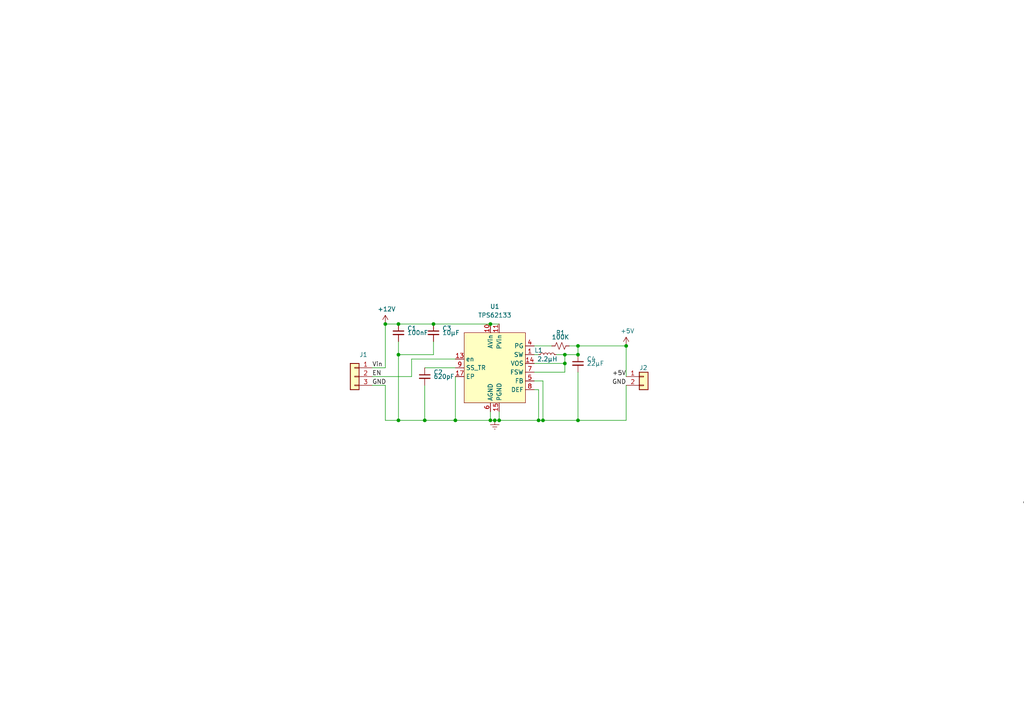
<source format=kicad_sch>
(kicad_sch (version 20200512) (host eeschema "(5.99.0-1662-g9db296991)")
  (page 1 1)
  (paper "A4")
  (title_block (title "TPS62133 Charging Circuit") (date "2020-05-20") (rev "1.0") (company "SlugCharge") (comment 1 "Engineer: Aditya Sehgal"))
  (lib_symbols
    (symbol "Connector_Generic:Conn_01x02" (pin_names hide)
      (property "Reference" "J" (at 0 2.54 0))
      (property "Value" "Conn_01x02" (at 0 -5.08 0))
      (symbol "Conn_01x02_1_1"
        (rectangle (start -1.27 -2.413) (end 0 -2.667))
        (rectangle (start -1.27 0.127) (end 0 -0.127))
        (rectangle (start -1.27 1.27) (end 1.27 -3.81) (stroke (width 0.254)) (fill (type background)))
        (pin passive line (at -5.08 0 0) (length 3.81) (name "Pin_1") (number "1"))
        (pin passive line (at -5.08 -2.54 0) (length 3.81) (name "Pin_2") (number "2"))
      )
    )
    (symbol "Connector_Generic:Conn_01x03" (pin_names hide)
      (property "Reference" "J" (at 0 5.08 0))
      (property "Value" "Conn_01x03" (at 0 -5.08 0))
      (symbol "Conn_01x03_1_1"
        (rectangle (start -1.27 -2.413) (end 0 -2.667))
        (rectangle (start -1.27 2.667) (end 0 2.413))
        (rectangle (start -1.27 3.81) (end 1.27 -3.81) (stroke (width 0.254)) (fill (type background)))
        (rectangle (start -1.27 0.127) (end 0 -0.127))
        (pin passive line (at -5.08 2.54 0) (length 3.81) (name "Pin_1") (number "1"))
        (pin passive line (at -5.08 0 0) (length 3.81) (name "Pin_2") (number "2"))
        (pin passive line (at -5.08 -2.54 0) (length 3.81) (name "Pin_3") (number "3"))
      )
    )
    (symbol "Custom_Symbols:DB_42x21"
      (property "Reference" "DB" (at 1.27 16.51 0))
      (property "Value" "DB_42x21" (at 8.89 16.51 0))
      (symbol "DB_42x21_0_1"
        (rectangle (start 0 15.24) (end 20.32 0) (stroke (width 0.152)) (fill (type background)))
      )
      (symbol "DB_42x21_1_1"
        (pin input line (at -2.54 12.7 0) (length 2.54) (name "in+") (number "1"))
        (pin input line (at -2.54 7.62 0) (length 2.54) (name "en") (number "5"))
        (pin input line (at -2.54 2.54 0) (length 2.54) (name "GND") (number "2"))
        (pin input line (at 22.86 12.7 180) (length 2.54) (name "out+") (number "3"))
        (pin input line (at 22.86 2.54 180) (length 2.54) (name "GND") (number "4"))
        (pin input line (at 22.86 8.89 180) (length 2.54) (name "D+") (number "6"))
        (pin input line (at 22.86 6.35 180) (length 2.54) (name "D-") (number "7"))
      )
    )
    (symbol "Custom_Symbols:TPS62133"
      (property "Reference" "U" (at 0 21.59 0))
      (property "Value" "TPS62133" (at 1.27 -1.27 0))
      (symbol "TPS62133_0_1"
        (rectangle (start 0 20.32) (end 17.78 0) (stroke (width 0.152)) (fill (type background)))
      )
      (symbol "TPS62133_1_1"
        (pin input line (at -2.54 12.7 0) (length 2.54) (name "en") (number "13"))
        (pin input line (at -2.54 10.16 0) (length 2.54) (name "SS_TR") (number "9"))
        (pin input line (at -2.54 7.62 0) (length 2.54) (name "EP") (number "17"))
        (pin input line (at 7.62 22.86 270) (length 2.54) (name "AVin") (number "10"))
        (pin input line (at 10.16 22.86 270) (length 2.54) (name "PVin") (number "11"))
        (pin input line (at 10.16 -2.54 90) (length 2.54) (name "PGND") (number "15"))
        (pin input line (at 7.62 -2.54 90) (length 2.54) (name "AGND") (number "6"))
        (pin input line (at 20.32 6.35 180) (length 2.54) (name "FB") (number "5"))
        (pin input line (at 20.32 8.89 180) (length 2.54) (name "FSW") (number "7"))
        (pin input line (at 20.32 11.43 180) (length 2.54) (name "VOS") (number "14"))
        (pin input line (at 20.32 13.97 180) (length 2.54) (name "SW") (number "1"))
        (pin input line (at 20.32 16.51 180) (length 2.54) (name "PG") (number "4"))
        (pin input line (at 20.32 13.97 180) (length 2.54) (name "SW") (number "2") hide)
        (pin input line (at 20.32 13.97 180) (length 2.54) (name "SW") (number "3") hide)
        (pin input line (at 20.32 3.81 180) (length 2.54) (name "DEF") (number "8"))
        (pin input line (at 10.16 22.86 270) (length 2.54) (name "PVin") (number "12") hide)
        (pin input line (at 10.16 -2.54 90) (length 2.54) (name "PGND") (number "16") hide)
      )
    )
    (symbol "Device:C_Small" (pin_numbers hide) (pin_names (offset 0.254) hide)
      (property "Reference" "C" (at 0.254 1.778 0))
      (property "Value" "C_Small" (at 0.254 -2.032 0))
      (symbol "C_Small_0_1"
        (polyline (pts (xy -1.524 -0.508) (xy 1.524 -0.508)) (stroke (width 0.3302)))
        (polyline (pts (xy -1.524 0.508) (xy 1.524 0.508)) (stroke (width 0.3048)))
      )
      (symbol "C_Small_1_1"
        (pin passive line (at 0 2.54 270) (length 2.032) (name "~") (number "1"))
        (pin passive line (at 0 -2.54 90) (length 2.032) (name "~") (number "2"))
      )
    )
    (symbol "Device:C_Small_1" (pin_numbers hide) (pin_names (offset 0.254) hide)
      (property "Reference" "C" (at 0.254 1.778 0))
      (property "Value" "C_Small" (at 0.254 -2.032 0))
      (symbol "C_Small_1_0_1"
        (polyline (pts (xy -1.524 -0.508) (xy 1.524 -0.508)) (stroke (width 0.3302)))
        (polyline (pts (xy -1.524 0.508) (xy 1.524 0.508)) (stroke (width 0.3048)))
      )
      (symbol "C_Small_1_1_1"
        (pin passive line (at 0 2.54 270) (length 2.032) (name "~") (number "1"))
        (pin passive line (at 0 -2.54 90) (length 2.032) (name "~") (number "2"))
      )
    )
    (symbol "Device:C_Small_2" (pin_numbers hide) (pin_names (offset 0.254) hide)
      (property "Reference" "C" (at 0.254 1.778 0))
      (property "Value" "C_Small" (at 0.254 -2.032 0))
      (symbol "C_Small_2_0_1"
        (polyline (pts (xy -1.524 -0.508) (xy 1.524 -0.508)) (stroke (width 0.3302)))
        (polyline (pts (xy -1.524 0.508) (xy 1.524 0.508)) (stroke (width 0.3048)))
      )
      (symbol "C_Small_2_1_1"
        (pin passive line (at 0 2.54 270) (length 2.032) (name "~") (number "1"))
        (pin passive line (at 0 -2.54 90) (length 2.032) (name "~") (number "2"))
      )
    )
    (symbol "Device:C_Small_3" (pin_numbers hide) (pin_names (offset 0.254) hide)
      (property "Reference" "C" (at 0.254 1.778 0))
      (property "Value" "C_Small" (at 0.254 -2.032 0))
      (symbol "C_Small_3_0_1"
        (polyline (pts (xy -1.524 -0.508) (xy 1.524 -0.508)) (stroke (width 0.3302)))
        (polyline (pts (xy -1.524 0.508) (xy 1.524 0.508)) (stroke (width 0.3048)))
      )
      (symbol "C_Small_3_1_1"
        (pin passive line (at 0 2.54 270) (length 2.032) (name "~") (number "1"))
        (pin passive line (at 0 -2.54 90) (length 2.032) (name "~") (number "2"))
      )
    )
    (symbol "Device:L_Small" (pin_numbers hide) (pin_names (offset 0.254) hide)
      (property "Reference" "L" (at 0.762 1.016 0))
      (property "Value" "L_Small" (at 0.762 -1.016 0))
      (symbol "L_Small_0_1"
        (arc (start 0 -2.032) (end 0 -1.016) (radius (at 0 -1.524) (length 0.508) (angles -89.9 89.9)))
        (arc (start 0 -1.016) (end 0 0) (radius (at 0 -0.508) (length 0.508) (angles -89.9 89.9)))
        (arc (start 0 0) (end 0 1.016) (radius (at 0 0.508) (length 0.508) (angles -89.9 89.9)))
        (arc (start 0 1.016) (end 0 2.032) (radius (at 0 1.524) (length 0.508) (angles -89.9 89.9)))
      )
      (symbol "L_Small_1_1"
        (pin passive line (at 0 2.54 270) (length 0.508) (name "~") (number "1"))
        (pin passive line (at 0 -2.54 90) (length 0.508) (name "~") (number "2"))
      )
    )
    (symbol "Device:R_Small_US" (pin_numbers hide) (pin_names (offset 0.254) hide)
      (property "Reference" "R" (at 0.762 0.508 0))
      (property "Value" "R_Small_US" (at 0.762 -1.016 0))
      (symbol "R_Small_US_1_1"
        (polyline (pts (xy 0 0) (xy 1.016 -0.381) (xy 0 -0.762) (xy -1.016 -1.143) (xy 0 -1.524)))
        (polyline (pts (xy 0 1.524) (xy 1.016 1.143) (xy 0 0.762) (xy -1.016 0.381) (xy 0 0)))
        (pin passive line (at 0 2.54 270) (length 1.016) (name "~") (number "1"))
        (pin passive line (at 0 -2.54 90) (length 1.016) (name "~") (number "2"))
      )
    )
    (symbol "power:+12V" (power) (pin_names (offset 0))
      (property "Value" "+12V" (at 0 3.556 0))
      (symbol "+12V_0_1"
        (polyline (pts (xy -0.762 1.27) (xy 0 2.54)))
        (polyline (pts (xy 0 0) (xy 0 2.54)))
        (polyline (pts (xy 0 2.54) (xy 0.762 1.27)))
      )
      (symbol "+12V_1_1"
        (pin power_in line (at 0 0 90) (length 0) (name "+12V") (number "1") hide)
      )
    )
    (symbol "power:+5V" (power) (pin_names (offset 0))
      (property "Value" "+5V" (at 0 3.556 0))
      (symbol "+5V_0_1"
        (polyline (pts (xy -0.762 1.27) (xy 0 2.54)))
        (polyline (pts (xy 0 0) (xy 0 2.54)))
        (polyline (pts (xy 0 2.54) (xy 0.762 1.27)))
      )
      (symbol "+5V_1_1"
        (pin power_in line (at 0 0 90) (length 0) (name "+5V") (number "1") hide)
      )
    )
    (symbol "power:GNDREF" (power) (pin_names (offset 0))
      (property "Value" "GNDREF" (at 0 -3.81 0))
      (symbol "GNDREF_0_1"
        (polyline (pts (xy -0.635 -1.905) (xy 0.635 -1.905)))
        (polyline (pts (xy -0.127 -2.54) (xy 0.127 -2.54)))
        (polyline (pts (xy 0 -1.27) (xy 0 0)))
        (polyline (pts (xy 1.27 -1.27) (xy -1.27 -1.27)))
      )
      (symbol "GNDREF_1_1"
        (pin power_in line (at 0 0 270) (length 0) (name "GNDREF") (number "1") hide)
      )
    )
  )
  (junction (at 111.76 93.98))
  (junction (at 115.57 93.98))
  (junction (at 115.57 102.87))
  (junction (at 115.57 121.92))
  (junction (at 123.19 121.92))
  (junction (at 125.73 93.98))
  (junction (at 132.08 121.92))
  (junction (at 142.24 93.98))
  (junction (at 142.24 121.92))
  (junction (at 143.51 121.92))
  (junction (at 144.78 121.92))
  (junction (at 156.21 121.92))
  (junction (at 157.48 121.92))
  (junction (at 163.83 102.87))
  (junction (at 163.83 105.41))
  (junction (at 167.64 100.33))
  (junction (at 167.64 102.87))
  (junction (at 167.64 121.92))
  (junction (at 181.61 100.33))
  (wire (pts (xy 107.95 106.68) (xy 111.76 106.68)))
  (wire (pts (xy 107.95 111.76) (xy 111.76 111.76)))
  (wire (pts (xy 111.76 93.98) (xy 115.57 93.98)))
  (wire (pts (xy 111.76 106.68) (xy 111.76 93.98)))
  (wire (pts (xy 111.76 111.76) (xy 111.76 121.92)))
  (wire (pts (xy 111.76 121.92) (xy 115.57 121.92)))
  (wire (pts (xy 115.57 93.98) (xy 125.73 93.98)))
  (wire (pts (xy 115.57 99.06) (xy 115.57 102.87)))
  (wire (pts (xy 115.57 102.87) (xy 115.57 121.92)))
  (wire (pts (xy 115.57 121.92) (xy 123.19 121.92)))
  (wire (pts (xy 119.38 104.14) (xy 119.38 109.22)))
  (wire (pts (xy 119.38 109.22) (xy 107.95 109.22)))
  (wire (pts (xy 123.19 106.68) (xy 132.08 106.68)))
  (wire (pts (xy 123.19 111.76) (xy 123.19 121.92)))
  (wire (pts (xy 123.19 121.92) (xy 132.08 121.92)))
  (wire (pts (xy 125.73 93.98) (xy 142.24 93.98)))
  (wire (pts (xy 125.73 99.06) (xy 125.73 102.87)))
  (wire (pts (xy 125.73 102.87) (xy 115.57 102.87)))
  (wire (pts (xy 132.08 104.14) (xy 119.38 104.14)))
  (wire (pts (xy 132.08 109.22) (xy 132.08 121.92)))
  (wire (pts (xy 132.08 121.92) (xy 142.24 121.92)))
  (wire (pts (xy 142.24 93.98) (xy 144.78 93.98)))
  (wire (pts (xy 142.24 119.38) (xy 142.24 121.92)))
  (wire (pts (xy 142.24 121.92) (xy 143.51 121.92)))
  (wire (pts (xy 143.51 121.92) (xy 144.78 121.92)))
  (wire (pts (xy 144.78 121.92) (xy 144.78 119.38)))
  (wire (pts (xy 154.94 100.33) (xy 160.02 100.33)))
  (wire (pts (xy 154.94 102.87) (xy 156.21 102.87)))
  (wire (pts (xy 154.94 105.41) (xy 163.83 105.41)))
  (wire (pts (xy 154.94 107.95) (xy 163.83 107.95)))
  (wire (pts (xy 154.94 110.49) (xy 157.48 110.49)))
  (wire (pts (xy 154.94 113.03) (xy 156.21 113.03)))
  (wire (pts (xy 156.21 113.03) (xy 156.21 121.92)))
  (wire (pts (xy 156.21 121.92) (xy 144.78 121.92)))
  (wire (pts (xy 157.48 110.49) (xy 157.48 121.92)))
  (wire (pts (xy 157.48 121.92) (xy 156.21 121.92)))
  (wire (pts (xy 163.83 102.87) (xy 161.29 102.87)))
  (wire (pts (xy 163.83 102.87) (xy 167.64 102.87)))
  (wire (pts (xy 163.83 105.41) (xy 163.83 102.87)))
  (wire (pts (xy 163.83 107.95) (xy 163.83 105.41)))
  (wire (pts (xy 165.1 100.33) (xy 167.64 100.33)))
  (wire (pts (xy 167.64 100.33) (xy 167.64 102.87)))
  (wire (pts (xy 167.64 107.95) (xy 167.64 121.92)))
  (wire (pts (xy 167.64 121.92) (xy 157.48 121.92)))
  (wire (pts (xy 181.61 100.33) (xy 167.64 100.33)))
  (wire (pts (xy 181.61 109.22) (xy 181.61 100.33)))
  (wire (pts (xy 181.61 111.76) (xy 181.61 121.92)))
  (wire (pts (xy 181.61 121.92) (xy 167.64 121.92)))
  (label "Vin" (at 107.95 106.68 0))
  (label "EN" (at 107.95 109.22 0))
  (label "GND" (at 107.95 111.76 0))
  (label "+5V" (at 181.61 109.22 180))
  (label "GND" (at 181.61 111.76 180))
  (label "Vin" (at 299.72 147.32 180))
  (label "EN" (at 299.72 152.4 180))
  (label "+5V" (at 325.12 147.32 0))
  (symbol (lib_id "Device:L_Small") (at 158.75 102.87 90) (unit 1)
    (property "Reference" "L1" (at 156.21 101.6 90))
    (property "Value" "2.2µH" (at 158.75 104.14 90))
    (property "Footprint" "Inductor_SMD:L_6.3x6.3_H3" (effects hide))
  )
  (symbol (lib_id "power:+12V") (at 111.76 93.98 0) (unit 1)
    (property "Reference" "#PWR?" (effects hide))
    (property "Value" "+12V" (at 112.1283 89.6556 0))
  )
  (symbol (lib_id "power:+5V") (at 181.61 100.33 0) (unit 1)
    (property "Reference" "#PWR?" (effects hide))
    (property "Value" "+5V" (at 181.9783 96.0056 0))
  )
  (symbol (lib_id "power:GNDREF") (at 143.51 121.92 0) (unit 1)
    (property "Reference" "#PWR0101" (effects hide))
    (property "Value" "GNDREF" (effects hide))
  )
  (symbol (lib_id "power:GNDREF") (at 299.72 157.48 0) (unit 1)
    (property "Reference" "#PWR0103" (effects hide))
    (property "Value" "GNDREF" (effects hide))
  )
  (symbol (lib_id "power:GNDREF") (at 325.12 157.48 0) (unit 1)
    (property "Reference" "#PWR0102" (effects hide))
    (property "Value" "GNDREF" (effects hide))
  )
  (symbol (lib_id "Device:R_Small_US") (at 162.56 100.33 90) (unit 1)
    (property "Reference" "R1" (at 162.56 96.52 90))
    (property "Value" "100K" (at 162.56 97.79 90))
    (property "Footprint" "Resistor_SMD:R_0805_2012Metric_Pad1.15x1.40mm_HandSolder" (effects hide))
  )
  (symbol (lib_name "Device:C_Small_2") (lib_id "Device:C_Small") (at 115.57 96.52 0) (unit 1)
    (property "Reference" "C1" (at 118.11 95.25 0) (effects (justify left)))
    (property "Value" "100nF" (at 118.11 96.52 0) (effects (justify left)))
    (property "Footprint" "Capacitor_SMD:C_0805_2012Metric_Pad1.15x1.40mm_HandSolder" (effects hide))
  )
  (symbol (lib_name "Device:C_Small_3") (lib_id "Device:C_Small") (at 123.19 109.22 0) (unit 1)
    (property "Reference" "C2" (at 125.73 107.95 0) (effects (justify left)))
    (property "Value" "620pF" (at 125.73 109.22 0) (effects (justify left)))
    (property "Footprint" "Capacitor_SMD:C_0805_2012Metric_Pad1.15x1.40mm_HandSolder" (effects hide))
  )
  (symbol (lib_name "Device:C_Small_1") (lib_id "Device:C_Small") (at 125.73 96.52 0) (unit 1)
    (property "Reference" "C3" (at 128.27 95.25 0) (effects (justify left)))
    (property "Value" "10µF" (at 128.27 96.52 0) (effects (justify left)))
    (property "Footprint" "Capacitor_SMD:C_1206_3216Metric_Pad1.42x1.75mm_HandSolder" (effects hide))
  )
  (symbol (lib_id "Device:C_Small") (at 167.64 105.41 0) (unit 1)
    (property "Reference" "C4" (at 170.18 104.14 0) (effects (justify left)))
    (property "Value" "22µF" (at 170.18 105.41 0) (effects (justify left)))
    (property "Footprint" "Capacitor_SMD:C_0603_1608Metric" (effects hide))
  )
  (symbol (lib_id "Connector_Generic:Conn_01x02") (at 186.69 109.22 0) (unit 1)
    (property "Reference" "J2" (at 185.42 106.68 0) (effects (justify left)))
    (property "Value" "Conn_01x02" (effects hide))
    (property "Footprint" "Custom_Vertical_1x_2.54mm_Pin_Header:PinHeader_1x02_P2.54mm_Vertical" (effects hide))
  )
  (symbol (lib_id "Connector_Generic:Conn_01x03") (at 102.87 109.22 0) (mirror y) (unit 1)
    (property "Reference" "J1" (at 105.41 102.87 0))
    (property "Value" "Conn_01x03" (effects hide))
    (property "Footprint" "Custom_Vertical_1x_2.54mm_Pin_Header:PinHeader_1x03_P2.54mm_Vertical" (effects hide))
  )
  (symbol (lib_id "Custom_Symbols:DB_42x21") (at 302.26 160.02 0) (unit 1)
    (property "Reference" "DB1" (at 312.42 139.7 0))
    (property "Value" "DB_42x21" (at 312.42 142.24 0))
    (property "Footprint" "Daughterboards:DB_43x21" (effects hide))
  )
  (symbol (lib_id "Custom_Symbols:TPS62133") (at 134.62 116.84 0) (unit 1)
    (property "Reference" "U1" (at 143.51 88.9 0))
    (property "Value" "TPS62133" (at 143.51 91.44 0))
    (property "Footprint" "Package_DFN_QFN:VQFN-16-1EP_3x3mm_P0.5mm_EP1.68x1.68mm_ThermalVias" (effects hide))
  )
)
</source>
